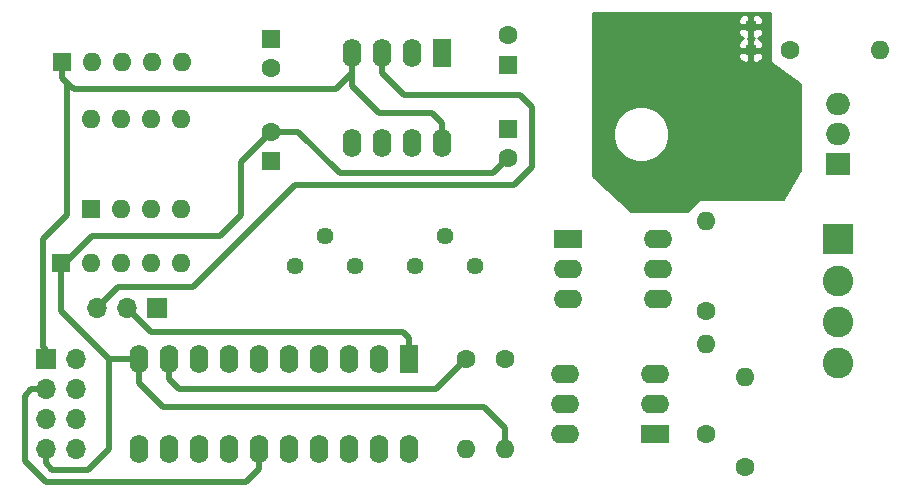
<source format=gbr>
G04 #@! TF.GenerationSoftware,KiCad,Pcbnew,(5.1.5)-3*
G04 #@! TF.CreationDate,2020-01-27T13:06:47+05:00*
G04 #@! TF.ProjectId,dimmer,64696d6d-6572-42e6-9b69-6361645f7063,0.1*
G04 #@! TF.SameCoordinates,Original*
G04 #@! TF.FileFunction,Copper,L1,Top*
G04 #@! TF.FilePolarity,Positive*
%FSLAX46Y46*%
G04 Gerber Fmt 4.6, Leading zero omitted, Abs format (unit mm)*
G04 Created by KiCad (PCBNEW (5.1.5)-3) date 2020-01-27 13:06:47*
%MOMM*%
%LPD*%
G04 APERTURE LIST*
%ADD10C,1.600000*%
%ADD11R,1.600000X1.600000*%
%ADD12R,1.700000X1.700000*%
%ADD13O,1.700000X1.700000*%
%ADD14R,2.600000X2.600000*%
%ADD15C,2.600000*%
%ADD16O,1.600000X1.600000*%
%ADD17C,1.440000*%
%ADD18R,1.600000X2.400000*%
%ADD19O,1.600000X2.400000*%
%ADD20R,2.400000X1.600000*%
%ADD21O,2.400000X1.600000*%
%ADD22R,2.000000X1.905000*%
%ADD23O,2.000000X1.905000*%
%ADD24R,0.850000X0.850000*%
%ADD25C,0.800000*%
%ADD26C,0.500000*%
%ADD27C,0.254000*%
G04 APERTURE END LIST*
D10*
X165354000Y-74168000D03*
D11*
X165354000Y-71668000D03*
X165354000Y-66254000D03*
D10*
X165354000Y-63754000D03*
D11*
X145288000Y-64048000D03*
D10*
X145288000Y-66548000D03*
X145288000Y-71922000D03*
D11*
X145288000Y-74422000D03*
D12*
X126238000Y-91186000D03*
D13*
X128778000Y-91186000D03*
X126238000Y-93726000D03*
X128778000Y-93726000D03*
X126238000Y-96266000D03*
X128778000Y-96266000D03*
X126238000Y-98806000D03*
X128778000Y-98806000D03*
D14*
X193294000Y-81026000D03*
D15*
X193294000Y-84526000D03*
X193294000Y-88026000D03*
X193294000Y-91526000D03*
D12*
X135636000Y-86868000D03*
D13*
X133096000Y-86868000D03*
X130556000Y-86868000D03*
D16*
X165100000Y-98806000D03*
D10*
X165100000Y-91186000D03*
X161798000Y-91186000D03*
D16*
X161798000Y-98806000D03*
X196850000Y-65024000D03*
D10*
X189230000Y-65024000D03*
X182118000Y-87122000D03*
D16*
X182118000Y-79502000D03*
D10*
X182118000Y-97536000D03*
D16*
X182118000Y-89916000D03*
X185420000Y-92710000D03*
D10*
X185420000Y-100330000D03*
D16*
X137668000Y-83058000D03*
X135128000Y-83058000D03*
X132588000Y-83058000D03*
X130048000Y-83058000D03*
D11*
X127508000Y-83058000D03*
X127659001Y-66040000D03*
D16*
X130199001Y-66040000D03*
X132739001Y-66040000D03*
X135279001Y-66040000D03*
X137819001Y-66040000D03*
D17*
X162560000Y-83312000D03*
X160020000Y-80772000D03*
X157480000Y-83312000D03*
X147320000Y-83312000D03*
X149860000Y-80772000D03*
X152400000Y-83312000D03*
D11*
X130048000Y-78486000D03*
D16*
X137668000Y-70866000D03*
X132588000Y-78486000D03*
X135128000Y-70866000D03*
X135128000Y-78486000D03*
X132588000Y-70866000D03*
X137668000Y-78486000D03*
X130048000Y-70866000D03*
D18*
X156972000Y-91186000D03*
D19*
X134112000Y-98806000D03*
X154432000Y-91186000D03*
X136652000Y-98806000D03*
X151892000Y-91186000D03*
X139192000Y-98806000D03*
X149352000Y-91186000D03*
X141732000Y-98806000D03*
X146812000Y-91186000D03*
X144272000Y-98806000D03*
X144272000Y-91186000D03*
X146812000Y-98806000D03*
X141732000Y-91186000D03*
X149352000Y-98806000D03*
X139192000Y-91186000D03*
X151892000Y-98806000D03*
X136652000Y-91186000D03*
X154432000Y-98806000D03*
X134112000Y-91186000D03*
X156972000Y-98806000D03*
D20*
X177800000Y-97536000D03*
D21*
X170180000Y-92456000D03*
X177800000Y-94996000D03*
X170180000Y-94996000D03*
X177800000Y-92456000D03*
X170180000Y-97536000D03*
D18*
X159766000Y-65278000D03*
D19*
X152146000Y-72898000D03*
X157226000Y-65278000D03*
X154686000Y-72898000D03*
X154686000Y-65278000D03*
X157226000Y-72898000D03*
X152146000Y-65278000D03*
X159766000Y-72898000D03*
D21*
X178054000Y-81026000D03*
X170434000Y-86106000D03*
X178054000Y-83566000D03*
X170434000Y-83566000D03*
X178054000Y-86106000D03*
D20*
X170434000Y-81026000D03*
D22*
X193294000Y-74676000D03*
D23*
X193294000Y-72136000D03*
X193294000Y-69596000D03*
D24*
X185928000Y-65024000D03*
X185928000Y-62992000D03*
D25*
X175768000Y-62992000D03*
X177800000Y-62992000D03*
X177800000Y-64770000D03*
X175768000Y-64770000D03*
X173736000Y-64770000D03*
X173736000Y-66548000D03*
X177800000Y-66548000D03*
X175768000Y-66548000D03*
X177800000Y-68326000D03*
X173736000Y-68326000D03*
X175768000Y-68326000D03*
X179578000Y-62992000D03*
X183642000Y-62992000D03*
X181610000Y-62992000D03*
X183642000Y-64770000D03*
X179578000Y-64770000D03*
X181610000Y-64770000D03*
X179578000Y-66548000D03*
X183642000Y-66548000D03*
X181610000Y-66548000D03*
X183642000Y-68326000D03*
X179578000Y-68326000D03*
X181610000Y-68326000D03*
X179832000Y-70104000D03*
X181610000Y-70104000D03*
X174498000Y-69596000D03*
X183642000Y-75438000D03*
X180594000Y-71882000D03*
X173482000Y-71120000D03*
X180340000Y-73914000D03*
X181610000Y-75438000D03*
X173482000Y-73152000D03*
X177038000Y-75438000D03*
X179070000Y-75184000D03*
X174752000Y-74930000D03*
X187452000Y-71882000D03*
X185420000Y-68326000D03*
X187452000Y-68326000D03*
X183642000Y-71882000D03*
X185420000Y-70104000D03*
X183642000Y-70104000D03*
X187452000Y-70104000D03*
X187452000Y-73660000D03*
X185420000Y-71882000D03*
X185420000Y-73660000D03*
X187452000Y-75438000D03*
X183642000Y-73660000D03*
X187452000Y-76962000D03*
X185420000Y-75438000D03*
X185420000Y-76962000D03*
X189230000Y-70104000D03*
X183642000Y-76962000D03*
X189230000Y-71882000D03*
X189230000Y-75438000D03*
X189230000Y-68326000D03*
X189230000Y-73660000D03*
X177800000Y-76962000D03*
X181864000Y-72898000D03*
X175768000Y-76962000D03*
X181610000Y-76962000D03*
X179578000Y-76962000D03*
D26*
X145288000Y-71922000D02*
X147614000Y-71922000D01*
X147614000Y-71922000D02*
X151130000Y-75438000D01*
X164084000Y-75438000D02*
X165354000Y-74168000D01*
X151130000Y-75438000D02*
X164084000Y-75438000D01*
X131572000Y-91186000D02*
X134112000Y-91186000D01*
X127508000Y-83058000D02*
X127508000Y-87122000D01*
X127508000Y-87122000D02*
X131572000Y-91186000D01*
X127886002Y-83058000D02*
X130172002Y-80772000D01*
X127508000Y-83058000D02*
X127886002Y-83058000D01*
X130172002Y-80772000D02*
X140970000Y-80772000D01*
X140970000Y-80772000D02*
X142748000Y-78994000D01*
X142748000Y-74462000D02*
X145288000Y-71922000D01*
X142748000Y-78994000D02*
X142748000Y-74462000D01*
X131572000Y-98806000D02*
X131572000Y-91186000D01*
X129794000Y-100584000D02*
X131572000Y-98806000D01*
X126813919Y-100584000D02*
X129794000Y-100584000D01*
X126238000Y-98806000D02*
X126238000Y-100008081D01*
X126238000Y-100008081D02*
X126813919Y-100584000D01*
X165100000Y-98806000D02*
X165100000Y-97028000D01*
X165100000Y-97028000D02*
X163322000Y-95250000D01*
X163322000Y-95250000D02*
X136144000Y-95250000D01*
X134112000Y-93218000D02*
X134112000Y-91186000D01*
X136144000Y-95250000D02*
X134112000Y-93218000D01*
X127659001Y-66040000D02*
X127659001Y-67340000D01*
X152146000Y-66978000D02*
X152146000Y-65278000D01*
X150798000Y-68326000D02*
X152146000Y-66978000D01*
X128645001Y-68326000D02*
X150798000Y-68326000D01*
X152146000Y-66978000D02*
X152146000Y-68072000D01*
X152146000Y-68072000D02*
X154432000Y-70358000D01*
X159766000Y-71198000D02*
X159766000Y-72898000D01*
X158926000Y-70358000D02*
X159766000Y-71198000D01*
X154432000Y-70358000D02*
X158926000Y-70358000D01*
X127659001Y-67340000D02*
X128016000Y-67818000D01*
X128016000Y-67818000D02*
X128645001Y-68326000D01*
X128016000Y-78994000D02*
X128016000Y-67818000D01*
X125984000Y-90170000D02*
X125984000Y-81026000D01*
X125984000Y-81026000D02*
X128016000Y-78994000D01*
X126238000Y-90424000D02*
X125984000Y-90170000D01*
X126238000Y-91186000D02*
X126238000Y-90424000D01*
X144272000Y-100506000D02*
X144272000Y-98806000D01*
X143178000Y-101600000D02*
X144272000Y-100506000D01*
X126238000Y-93726000D02*
X125035919Y-93726000D01*
X125035919Y-93726000D02*
X124460000Y-94301919D01*
X124460000Y-94301919D02*
X124460000Y-99822000D01*
X124460000Y-99822000D02*
X126238000Y-101600000D01*
X126238000Y-101600000D02*
X143178000Y-101600000D01*
X133096000Y-86868000D02*
X135128000Y-88900000D01*
X135128000Y-88900000D02*
X156464000Y-88900000D01*
X156972000Y-89408000D02*
X156972000Y-91186000D01*
X156464000Y-88900000D02*
X156972000Y-89408000D01*
X156542000Y-68834000D02*
X154686000Y-66978000D01*
X166370000Y-68834000D02*
X156542000Y-68834000D01*
X167386000Y-69850000D02*
X166370000Y-68834000D01*
X167386000Y-74930000D02*
X167386000Y-69850000D01*
X154686000Y-66978000D02*
X154686000Y-65278000D01*
X130556000Y-86868000D02*
X132334000Y-85090000D01*
X132334000Y-85090000D02*
X138684000Y-85090000D01*
X147320000Y-76454000D02*
X165862000Y-76454000D01*
X138684000Y-85090000D02*
X147320000Y-76454000D01*
X165862000Y-76454000D02*
X167386000Y-74930000D01*
X159258000Y-93726000D02*
X161798000Y-91186000D01*
X137492000Y-93726000D02*
X138938000Y-93726000D01*
X136652000Y-91186000D02*
X136652000Y-92886000D01*
X136652000Y-92886000D02*
X137492000Y-93726000D01*
X138938000Y-93726000D02*
X159258000Y-93726000D01*
D27*
G36*
X187579000Y-66040000D02*
G01*
X187581440Y-66064776D01*
X187588667Y-66088601D01*
X187600403Y-66110557D01*
X187616197Y-66129803D01*
X187633170Y-66144042D01*
X190119000Y-67884123D01*
X190119000Y-75148822D01*
X188650093Y-77597000D01*
X181610000Y-77597000D01*
X181585224Y-77599440D01*
X181561399Y-77606667D01*
X181539443Y-77618403D01*
X181520197Y-77634197D01*
X180541394Y-78613000D01*
X175817655Y-78613000D01*
X172593000Y-75636395D01*
X172593000Y-71901098D01*
X174249000Y-71901098D01*
X174249000Y-72370902D01*
X174340654Y-72831679D01*
X174520440Y-73265721D01*
X174781450Y-73656349D01*
X175113651Y-73988550D01*
X175504279Y-74249560D01*
X175938321Y-74429346D01*
X176399098Y-74521000D01*
X176868902Y-74521000D01*
X177329679Y-74429346D01*
X177763721Y-74249560D01*
X178154349Y-73988550D01*
X178486550Y-73656349D01*
X178747560Y-73265721D01*
X178927346Y-72831679D01*
X179019000Y-72370902D01*
X179019000Y-71901098D01*
X178927346Y-71440321D01*
X178747560Y-71006279D01*
X178486550Y-70615651D01*
X178154349Y-70283450D01*
X177763721Y-70022440D01*
X177329679Y-69842654D01*
X176868902Y-69751000D01*
X176399098Y-69751000D01*
X175938321Y-69842654D01*
X175504279Y-70022440D01*
X175113651Y-70283450D01*
X174781450Y-70615651D01*
X174520440Y-71006279D01*
X174340654Y-71440321D01*
X174249000Y-71901098D01*
X172593000Y-71901098D01*
X172593000Y-65449000D01*
X184864928Y-65449000D01*
X184877188Y-65573482D01*
X184913498Y-65693180D01*
X184972463Y-65803494D01*
X185051815Y-65900185D01*
X185148506Y-65979537D01*
X185258820Y-66038502D01*
X185378518Y-66074812D01*
X185503000Y-66087072D01*
X185642250Y-66084000D01*
X185801000Y-65925250D01*
X185801000Y-65151000D01*
X186055000Y-65151000D01*
X186055000Y-65925250D01*
X186213750Y-66084000D01*
X186353000Y-66087072D01*
X186477482Y-66074812D01*
X186597180Y-66038502D01*
X186707494Y-65979537D01*
X186804185Y-65900185D01*
X186883537Y-65803494D01*
X186942502Y-65693180D01*
X186978812Y-65573482D01*
X186991072Y-65449000D01*
X186988000Y-65309750D01*
X186829250Y-65151000D01*
X186055000Y-65151000D01*
X185801000Y-65151000D01*
X185026750Y-65151000D01*
X184868000Y-65309750D01*
X184864928Y-65449000D01*
X172593000Y-65449000D01*
X172593000Y-63417000D01*
X184864928Y-63417000D01*
X184877188Y-63541482D01*
X184913498Y-63661180D01*
X184972463Y-63771494D01*
X185051815Y-63868185D01*
X185148506Y-63947537D01*
X185258820Y-64006502D01*
X185263758Y-64008000D01*
X185258820Y-64009498D01*
X185148506Y-64068463D01*
X185051815Y-64147815D01*
X184972463Y-64244506D01*
X184913498Y-64354820D01*
X184877188Y-64474518D01*
X184864928Y-64599000D01*
X184868000Y-64738250D01*
X185026750Y-64897000D01*
X185801000Y-64897000D01*
X185801000Y-64122750D01*
X185686250Y-64008000D01*
X185801000Y-63893250D01*
X185801000Y-63119000D01*
X186055000Y-63119000D01*
X186055000Y-63893250D01*
X186169750Y-64008000D01*
X186055000Y-64122750D01*
X186055000Y-64897000D01*
X186829250Y-64897000D01*
X186988000Y-64738250D01*
X186991072Y-64599000D01*
X186978812Y-64474518D01*
X186942502Y-64354820D01*
X186883537Y-64244506D01*
X186804185Y-64147815D01*
X186707494Y-64068463D01*
X186597180Y-64009498D01*
X186592242Y-64008000D01*
X186597180Y-64006502D01*
X186707494Y-63947537D01*
X186804185Y-63868185D01*
X186883537Y-63771494D01*
X186942502Y-63661180D01*
X186978812Y-63541482D01*
X186991072Y-63417000D01*
X186988000Y-63277750D01*
X186829250Y-63119000D01*
X186055000Y-63119000D01*
X185801000Y-63119000D01*
X185026750Y-63119000D01*
X184868000Y-63277750D01*
X184864928Y-63417000D01*
X172593000Y-63417000D01*
X172593000Y-62567000D01*
X184864928Y-62567000D01*
X184868000Y-62706250D01*
X185026750Y-62865000D01*
X185801000Y-62865000D01*
X185801000Y-62090750D01*
X186055000Y-62090750D01*
X186055000Y-62865000D01*
X186829250Y-62865000D01*
X186988000Y-62706250D01*
X186991072Y-62567000D01*
X186978812Y-62442518D01*
X186942502Y-62322820D01*
X186883537Y-62212506D01*
X186804185Y-62115815D01*
X186707494Y-62036463D01*
X186597180Y-61977498D01*
X186477482Y-61941188D01*
X186353000Y-61928928D01*
X186213750Y-61932000D01*
X186055000Y-62090750D01*
X185801000Y-62090750D01*
X185642250Y-61932000D01*
X185503000Y-61928928D01*
X185378518Y-61941188D01*
X185258820Y-61977498D01*
X185148506Y-62036463D01*
X185051815Y-62115815D01*
X184972463Y-62212506D01*
X184913498Y-62322820D01*
X184877188Y-62442518D01*
X184864928Y-62567000D01*
X172593000Y-62567000D01*
X172593000Y-61874000D01*
X187579000Y-61874000D01*
X187579000Y-66040000D01*
G37*
X187579000Y-66040000D02*
X187581440Y-66064776D01*
X187588667Y-66088601D01*
X187600403Y-66110557D01*
X187616197Y-66129803D01*
X187633170Y-66144042D01*
X190119000Y-67884123D01*
X190119000Y-75148822D01*
X188650093Y-77597000D01*
X181610000Y-77597000D01*
X181585224Y-77599440D01*
X181561399Y-77606667D01*
X181539443Y-77618403D01*
X181520197Y-77634197D01*
X180541394Y-78613000D01*
X175817655Y-78613000D01*
X172593000Y-75636395D01*
X172593000Y-71901098D01*
X174249000Y-71901098D01*
X174249000Y-72370902D01*
X174340654Y-72831679D01*
X174520440Y-73265721D01*
X174781450Y-73656349D01*
X175113651Y-73988550D01*
X175504279Y-74249560D01*
X175938321Y-74429346D01*
X176399098Y-74521000D01*
X176868902Y-74521000D01*
X177329679Y-74429346D01*
X177763721Y-74249560D01*
X178154349Y-73988550D01*
X178486550Y-73656349D01*
X178747560Y-73265721D01*
X178927346Y-72831679D01*
X179019000Y-72370902D01*
X179019000Y-71901098D01*
X178927346Y-71440321D01*
X178747560Y-71006279D01*
X178486550Y-70615651D01*
X178154349Y-70283450D01*
X177763721Y-70022440D01*
X177329679Y-69842654D01*
X176868902Y-69751000D01*
X176399098Y-69751000D01*
X175938321Y-69842654D01*
X175504279Y-70022440D01*
X175113651Y-70283450D01*
X174781450Y-70615651D01*
X174520440Y-71006279D01*
X174340654Y-71440321D01*
X174249000Y-71901098D01*
X172593000Y-71901098D01*
X172593000Y-65449000D01*
X184864928Y-65449000D01*
X184877188Y-65573482D01*
X184913498Y-65693180D01*
X184972463Y-65803494D01*
X185051815Y-65900185D01*
X185148506Y-65979537D01*
X185258820Y-66038502D01*
X185378518Y-66074812D01*
X185503000Y-66087072D01*
X185642250Y-66084000D01*
X185801000Y-65925250D01*
X185801000Y-65151000D01*
X186055000Y-65151000D01*
X186055000Y-65925250D01*
X186213750Y-66084000D01*
X186353000Y-66087072D01*
X186477482Y-66074812D01*
X186597180Y-66038502D01*
X186707494Y-65979537D01*
X186804185Y-65900185D01*
X186883537Y-65803494D01*
X186942502Y-65693180D01*
X186978812Y-65573482D01*
X186991072Y-65449000D01*
X186988000Y-65309750D01*
X186829250Y-65151000D01*
X186055000Y-65151000D01*
X185801000Y-65151000D01*
X185026750Y-65151000D01*
X184868000Y-65309750D01*
X184864928Y-65449000D01*
X172593000Y-65449000D01*
X172593000Y-63417000D01*
X184864928Y-63417000D01*
X184877188Y-63541482D01*
X184913498Y-63661180D01*
X184972463Y-63771494D01*
X185051815Y-63868185D01*
X185148506Y-63947537D01*
X185258820Y-64006502D01*
X185263758Y-64008000D01*
X185258820Y-64009498D01*
X185148506Y-64068463D01*
X185051815Y-64147815D01*
X184972463Y-64244506D01*
X184913498Y-64354820D01*
X184877188Y-64474518D01*
X184864928Y-64599000D01*
X184868000Y-64738250D01*
X185026750Y-64897000D01*
X185801000Y-64897000D01*
X185801000Y-64122750D01*
X185686250Y-64008000D01*
X185801000Y-63893250D01*
X185801000Y-63119000D01*
X186055000Y-63119000D01*
X186055000Y-63893250D01*
X186169750Y-64008000D01*
X186055000Y-64122750D01*
X186055000Y-64897000D01*
X186829250Y-64897000D01*
X186988000Y-64738250D01*
X186991072Y-64599000D01*
X186978812Y-64474518D01*
X186942502Y-64354820D01*
X186883537Y-64244506D01*
X186804185Y-64147815D01*
X186707494Y-64068463D01*
X186597180Y-64009498D01*
X186592242Y-64008000D01*
X186597180Y-64006502D01*
X186707494Y-63947537D01*
X186804185Y-63868185D01*
X186883537Y-63771494D01*
X186942502Y-63661180D01*
X186978812Y-63541482D01*
X186991072Y-63417000D01*
X186988000Y-63277750D01*
X186829250Y-63119000D01*
X186055000Y-63119000D01*
X185801000Y-63119000D01*
X185026750Y-63119000D01*
X184868000Y-63277750D01*
X184864928Y-63417000D01*
X172593000Y-63417000D01*
X172593000Y-62567000D01*
X184864928Y-62567000D01*
X184868000Y-62706250D01*
X185026750Y-62865000D01*
X185801000Y-62865000D01*
X185801000Y-62090750D01*
X186055000Y-62090750D01*
X186055000Y-62865000D01*
X186829250Y-62865000D01*
X186988000Y-62706250D01*
X186991072Y-62567000D01*
X186978812Y-62442518D01*
X186942502Y-62322820D01*
X186883537Y-62212506D01*
X186804185Y-62115815D01*
X186707494Y-62036463D01*
X186597180Y-61977498D01*
X186477482Y-61941188D01*
X186353000Y-61928928D01*
X186213750Y-61932000D01*
X186055000Y-62090750D01*
X185801000Y-62090750D01*
X185642250Y-61932000D01*
X185503000Y-61928928D01*
X185378518Y-61941188D01*
X185258820Y-61977498D01*
X185148506Y-62036463D01*
X185051815Y-62115815D01*
X184972463Y-62212506D01*
X184913498Y-62322820D01*
X184877188Y-62442518D01*
X184864928Y-62567000D01*
X172593000Y-62567000D01*
X172593000Y-61874000D01*
X187579000Y-61874000D01*
X187579000Y-66040000D01*
M02*

</source>
